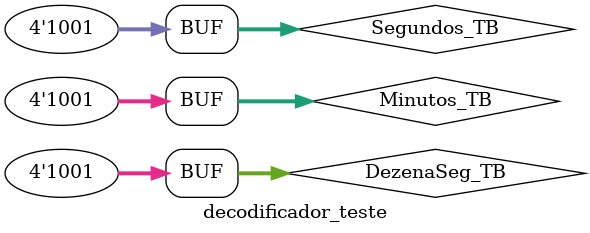
<source format=v>
`timescale 1ns/1ns
`include "decodificador.v"

module decodificador_teste;

    reg [3:0] Minutos_TB, DezenaSeg_TB, Segundos_TB;
  	wire [6:0] OutMinutos_TB, OutDezena_TB, OutSegundos_TB;

  	decodificador DUT(.Minutos(Minutos_TB), .DezenaSeg(DezenaSeg_TB), .Segundos(Segundos_TB), .OutMinutos(OutMinutos_TB), .OutDezena(OutDezena_TB), .OutSegundos(OutSegundos_TB));

    initial
        begin

            $dumpfile("decodificador_teste.vcd");
            $dumpvars(0, decodificador_teste);

                Minutos_TB=4'b0000; DezenaSeg_TB=4'b0000; Segundos_TB=4'b0000;  
            #5  Minutos_TB=4'b0001; DezenaSeg_TB=4'b0001; Segundos_TB=4'b0001; 
         	  #5  Minutos_TB=4'b0010; DezenaSeg_TB=4'b0010; Segundos_TB=4'b0010;
            #5  Minutos_TB=4'b0011; DezenaSeg_TB=4'b0011; Segundos_TB=4'b0011;
            #5  Minutos_TB=4'b0100; DezenaSeg_TB=4'b0100; Segundos_TB=4'b0100;
            #5  Minutos_TB=4'b0101; DezenaSeg_TB=4'b0101; Segundos_TB=4'b0101;
          	#5  Minutos_TB=4'b0110; DezenaSeg_TB=4'b0110; Segundos_TB=4'b0110;
            #5  Minutos_TB=4'b0111; DezenaSeg_TB=4'b0111; Segundos_TB=4'b0111;
          	#5  Minutos_TB=4'b1000; DezenaSeg_TB=4'b1000; Segundos_TB=4'b1000;
            #5  Minutos_TB=4'b1001; DezenaSeg_TB=4'b1001; Segundos_TB=4'b1001;    
        end
endmodule
</source>
